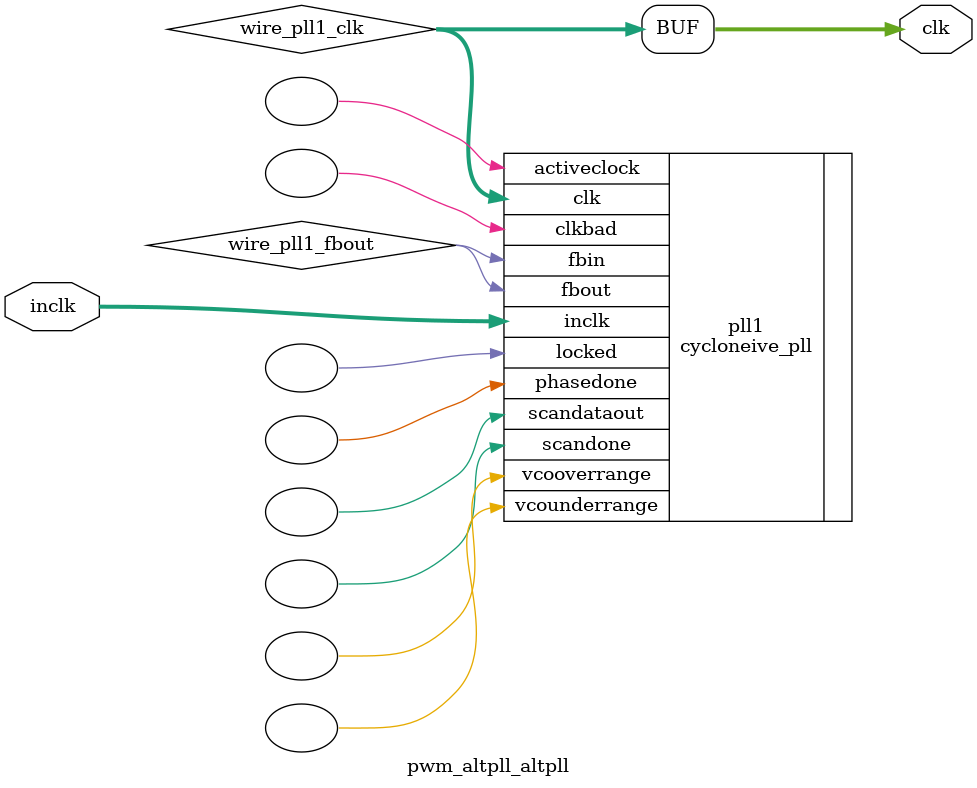
<source format=v>






//synthesis_resources = cycloneive_pll 1 
//synopsys translate_off
`timescale 1 ps / 1 ps
//synopsys translate_on
module  pwm_altpll_altpll
	( 
	clk,
	inclk) /* synthesis synthesis_clearbox=1 */;
	output   [4:0]  clk;
	input   [1:0]  inclk;
`ifndef ALTERA_RESERVED_QIS
// synopsys translate_off
`endif
	tri0   [1:0]  inclk;
`ifndef ALTERA_RESERVED_QIS
// synopsys translate_on
`endif

	wire  [4:0]   wire_pll1_clk;
	wire  wire_pll1_fbout;

	cycloneive_pll   pll1
	( 
	.activeclock(),
	.clk(wire_pll1_clk),
	.clkbad(),
	.fbin(wire_pll1_fbout),
	.fbout(wire_pll1_fbout),
	.inclk(inclk),
	.locked(),
	.phasedone(),
	.scandataout(),
	.scandone(),
	.vcooverrange(),
	.vcounderrange()
	`ifndef FORMAL_VERIFICATION
	// synopsys translate_off
	`endif
	,
	.areset(1'b0),
	.clkswitch(1'b0),
	.configupdate(1'b0),
	.pfdena(1'b1),
	.phasecounterselect({3{1'b0}}),
	.phasestep(1'b0),
	.phaseupdown(1'b0),
	.scanclk(1'b0),
	.scanclkena(1'b1),
	.scandata(1'b0)
	`ifndef FORMAL_VERIFICATION
	// synopsys translate_on
	`endif
	);
	defparam
		pll1.bandwidth_type = "auto",
		pll1.clk0_divide_by = 1,
		pll1.clk0_duty_cycle = 50,
		pll1.clk0_multiply_by = 2,
		pll1.clk0_phase_shift = "0",
		pll1.compensate_clock = "clk0",
		pll1.inclk0_input_frequency = 20000,
		pll1.operation_mode = "normal",
		pll1.pll_type = "auto",
		pll1.lpm_type = "cycloneive_pll";
	assign
		clk = {wire_pll1_clk[4:0]};
endmodule //pwm_altpll_altpll
//VALID FILE

</source>
